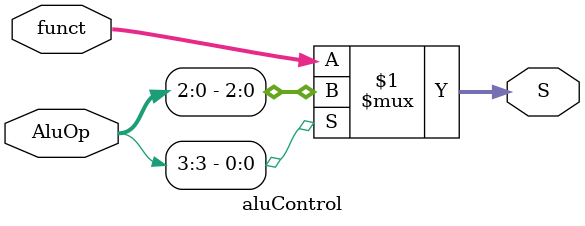
<source format=v>
module aluControl (
    input  wire [2:0] funct,
    input  wire [3:0] AluOp,
    output wire [2:0] S
);

    assign S = (AluOp[3]) ? AluOp[2:0] : funct;

endmodule
</source>
